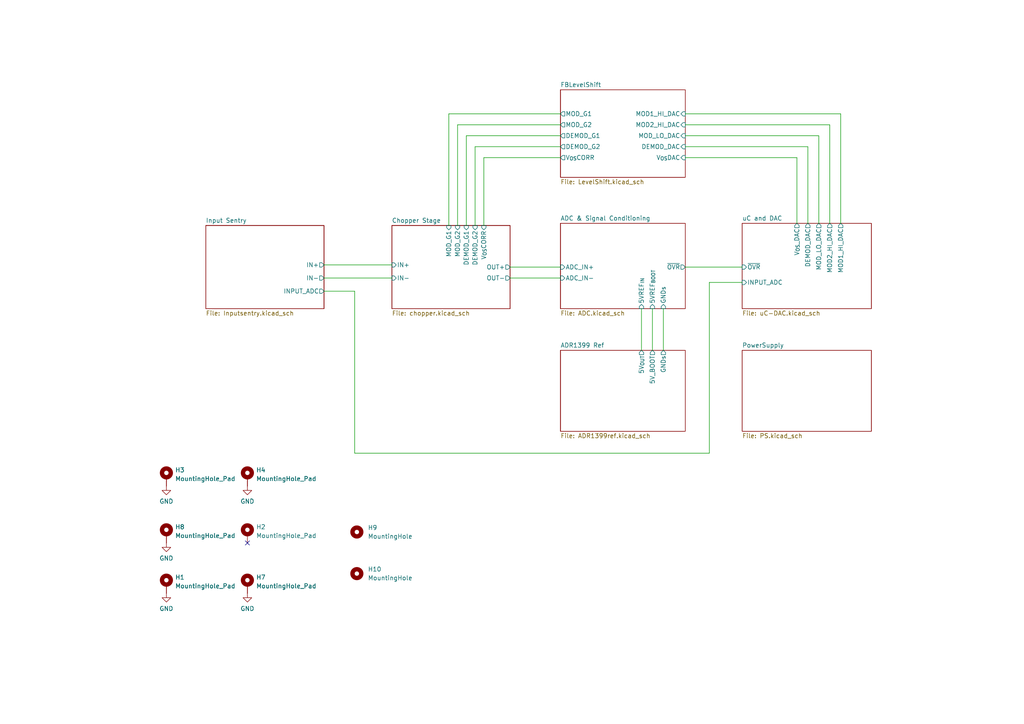
<source format=kicad_sch>
(kicad_sch (version 20230121) (generator eeschema)

  (uuid 9c0314b1-f82f-432d-95a0-65e191202552)

  (paper "A4")

  (title_block
    (comment 1 "All nonpolarized capacitors C0G unless otherwise specified")
    (comment 3 "Hammond 1457N1601 enclosure (160 x 100 x 50 mm WxLxH)")
  )

  (lib_symbols
    (symbol "Mechanical:MountingHole" (pin_names (offset 1.016)) (in_bom yes) (on_board yes)
      (property "Reference" "H" (at 0 5.08 0)
        (effects (font (size 1.27 1.27)))
      )
      (property "Value" "MountingHole" (at 0 3.175 0)
        (effects (font (size 1.27 1.27)))
      )
      (property "Footprint" "" (at 0 0 0)
        (effects (font (size 1.27 1.27)) hide)
      )
      (property "Datasheet" "~" (at 0 0 0)
        (effects (font (size 1.27 1.27)) hide)
      )
      (property "ki_keywords" "mounting hole" (at 0 0 0)
        (effects (font (size 1.27 1.27)) hide)
      )
      (property "ki_description" "Mounting Hole without connection" (at 0 0 0)
        (effects (font (size 1.27 1.27)) hide)
      )
      (property "ki_fp_filters" "MountingHole*" (at 0 0 0)
        (effects (font (size 1.27 1.27)) hide)
      )
      (symbol "MountingHole_0_1"
        (circle (center 0 0) (radius 1.27)
          (stroke (width 1.27) (type default))
          (fill (type none))
        )
      )
    )
    (symbol "Mechanical:MountingHole_Pad" (pin_numbers hide) (pin_names (offset 1.016) hide) (in_bom yes) (on_board yes)
      (property "Reference" "H" (at 0 6.35 0)
        (effects (font (size 1.27 1.27)))
      )
      (property "Value" "MountingHole_Pad" (at 0 4.445 0)
        (effects (font (size 1.27 1.27)))
      )
      (property "Footprint" "" (at 0 0 0)
        (effects (font (size 1.27 1.27)) hide)
      )
      (property "Datasheet" "~" (at 0 0 0)
        (effects (font (size 1.27 1.27)) hide)
      )
      (property "ki_keywords" "mounting hole" (at 0 0 0)
        (effects (font (size 1.27 1.27)) hide)
      )
      (property "ki_description" "Mounting Hole with connection" (at 0 0 0)
        (effects (font (size 1.27 1.27)) hide)
      )
      (property "ki_fp_filters" "MountingHole*Pad*" (at 0 0 0)
        (effects (font (size 1.27 1.27)) hide)
      )
      (symbol "MountingHole_Pad_0_1"
        (circle (center 0 1.27) (radius 1.27)
          (stroke (width 1.27) (type default))
          (fill (type none))
        )
      )
      (symbol "MountingHole_Pad_1_1"
        (pin input line (at 0 -2.54 90) (length 2.54)
          (name "1" (effects (font (size 1.27 1.27))))
          (number "1" (effects (font (size 1.27 1.27))))
        )
      )
    )
    (symbol "power:GND" (power) (pin_names (offset 0)) (in_bom yes) (on_board yes)
      (property "Reference" "#PWR" (at 0 -6.35 0)
        (effects (font (size 1.27 1.27)) hide)
      )
      (property "Value" "GND" (at 0 -3.81 0)
        (effects (font (size 1.27 1.27)))
      )
      (property "Footprint" "" (at 0 0 0)
        (effects (font (size 1.27 1.27)) hide)
      )
      (property "Datasheet" "" (at 0 0 0)
        (effects (font (size 1.27 1.27)) hide)
      )
      (property "ki_keywords" "power-flag" (at 0 0 0)
        (effects (font (size 1.27 1.27)) hide)
      )
      (property "ki_description" "Power symbol creates a global label with name \"GND\" , ground" (at 0 0 0)
        (effects (font (size 1.27 1.27)) hide)
      )
      (symbol "GND_0_1"
        (polyline
          (pts
            (xy 0 0)
            (xy 0 -1.27)
            (xy 1.27 -1.27)
            (xy 0 -2.54)
            (xy -1.27 -1.27)
            (xy 0 -1.27)
          )
          (stroke (width 0) (type default))
          (fill (type none))
        )
      )
      (symbol "GND_1_1"
        (pin power_in line (at 0 0 270) (length 0) hide
          (name "GND" (effects (font (size 1.27 1.27))))
          (number "1" (effects (font (size 1.27 1.27))))
        )
      )
    )
  )


  (no_connect (at 71.755 157.48) (uuid 637d1c7f-55ee-4005-b73b-910429949b16))

  (wire (pts (xy 243.84 33.02) (xy 198.755 33.02))
    (stroke (width 0) (type default))
    (uuid 017bd870-d725-4457-8efc-7eefdbcb3243)
  )
  (wire (pts (xy 237.49 39.37) (xy 198.755 39.37))
    (stroke (width 0) (type default))
    (uuid 0edc45d7-bce5-41f7-b4e8-c41270d1f4ef)
  )
  (wire (pts (xy 192.405 89.535) (xy 192.405 101.6))
    (stroke (width 0) (type default))
    (uuid 1137bf70-86be-4f83-a246-2b996d5e3c50)
  )
  (wire (pts (xy 130.175 33.02) (xy 130.175 65.405))
    (stroke (width 0) (type default))
    (uuid 17e241c3-2fb4-4ed5-a8f8-8b3e0b660e02)
  )
  (wire (pts (xy 240.665 64.77) (xy 240.665 36.195))
    (stroke (width 0) (type default))
    (uuid 19286714-a450-439d-a268-4cdac96b3f9e)
  )
  (wire (pts (xy 140.335 45.72) (xy 140.335 65.405))
    (stroke (width 0) (type default))
    (uuid 1d015986-2c90-450d-8c29-86b35a30bb80)
  )
  (wire (pts (xy 140.335 45.72) (xy 162.56 45.72))
    (stroke (width 0) (type default))
    (uuid 25bdc511-1d6f-41b7-a5de-7d4fd06fe90c)
  )
  (wire (pts (xy 234.315 42.545) (xy 198.755 42.545))
    (stroke (width 0) (type default))
    (uuid 28eb1417-4f44-45ea-a3db-7c4dd08fe1e4)
  )
  (wire (pts (xy 162.56 33.02) (xy 130.175 33.02))
    (stroke (width 0) (type default))
    (uuid 3d37f60b-2e02-4caf-98cd-26ed2e8435ba)
  )
  (wire (pts (xy 132.715 65.405) (xy 132.715 36.195))
    (stroke (width 0) (type default))
    (uuid 42c3b036-f574-4c22-8a04-164930555dcf)
  )
  (wire (pts (xy 132.715 36.195) (xy 162.56 36.195))
    (stroke (width 0) (type default))
    (uuid 436ae14e-00ba-4425-b6f3-80ddfa2bde14)
  )
  (wire (pts (xy 243.84 64.77) (xy 243.84 33.02))
    (stroke (width 0) (type default))
    (uuid 4af12bb0-20fd-45fc-ae87-ed724986f1fb)
  )
  (wire (pts (xy 137.795 42.545) (xy 162.56 42.545))
    (stroke (width 0) (type default))
    (uuid 4e161532-ae1e-48d9-b3c9-c822fec25394)
  )
  (wire (pts (xy 93.98 76.835) (xy 113.665 76.835))
    (stroke (width 0) (type default))
    (uuid 578dc086-18d6-4418-aca3-ab08ab8e9095)
  )
  (wire (pts (xy 135.255 39.37) (xy 162.56 39.37))
    (stroke (width 0) (type default))
    (uuid 5fa59469-ff4e-4ab5-9e1c-9e421ecde5c3)
  )
  (wire (pts (xy 186.055 89.535) (xy 186.055 101.6))
    (stroke (width 0) (type default))
    (uuid 6efb3624-0a97-468f-9501-782a8ce5f592)
  )
  (wire (pts (xy 147.955 77.47) (xy 162.56 77.47))
    (stroke (width 0) (type default))
    (uuid 7064f116-f7c1-4b77-813d-3ef16bd586a0)
  )
  (wire (pts (xy 198.755 45.72) (xy 231.14 45.72))
    (stroke (width 0) (type default))
    (uuid 778bfcdf-c19e-4934-9257-5b69f4e8da77)
  )
  (wire (pts (xy 102.87 84.455) (xy 102.87 131.445))
    (stroke (width 0) (type default))
    (uuid 83d168c1-8a90-4dbb-895b-432097791a01)
  )
  (wire (pts (xy 231.14 45.72) (xy 231.14 64.77))
    (stroke (width 0) (type default))
    (uuid 865a2080-7b00-41c3-80de-983d55b1e13e)
  )
  (wire (pts (xy 137.795 65.405) (xy 137.795 42.545))
    (stroke (width 0) (type default))
    (uuid 87f57e06-2d0c-4567-b894-ec878cf10854)
  )
  (wire (pts (xy 205.74 131.445) (xy 205.74 81.915))
    (stroke (width 0) (type default))
    (uuid 8861c61d-a2c5-449f-b28d-a14c7ae80388)
  )
  (wire (pts (xy 237.49 64.77) (xy 237.49 39.37))
    (stroke (width 0) (type default))
    (uuid 8bc65ae3-5cd4-40b9-96d7-51e1630d44db)
  )
  (wire (pts (xy 234.315 64.77) (xy 234.315 42.545))
    (stroke (width 0) (type default))
    (uuid 8ea48c56-0c53-4fb0-88bf-0a0111d7f2d6)
  )
  (wire (pts (xy 135.255 65.405) (xy 135.255 39.37))
    (stroke (width 0) (type default))
    (uuid 9e25b271-d739-46f0-aa94-cd6b406f5c96)
  )
  (wire (pts (xy 205.74 81.915) (xy 215.265 81.915))
    (stroke (width 0) (type default))
    (uuid a31c1e7b-486f-4341-a827-8148667f0ef8)
  )
  (wire (pts (xy 102.87 131.445) (xy 205.74 131.445))
    (stroke (width 0) (type default))
    (uuid a430cb8a-340b-455c-9d30-4f7765d60026)
  )
  (wire (pts (xy 147.955 80.645) (xy 162.56 80.645))
    (stroke (width 0) (type default))
    (uuid ab7798d0-76d4-4064-9365-59fd1d15b46c)
  )
  (wire (pts (xy 189.23 89.535) (xy 189.23 101.6))
    (stroke (width 0) (type default))
    (uuid adedf19f-e664-42bb-8be7-cefb7044b588)
  )
  (wire (pts (xy 198.755 77.47) (xy 215.265 77.47))
    (stroke (width 0) (type default))
    (uuid b5d93fcb-474a-4de9-8846-696a771357d1)
  )
  (wire (pts (xy 93.98 84.455) (xy 102.87 84.455))
    (stroke (width 0) (type default))
    (uuid df5c0cc6-d9ae-4c8f-b6e9-a3a224692935)
  )
  (wire (pts (xy 93.98 80.645) (xy 113.665 80.645))
    (stroke (width 0) (type default))
    (uuid e91dc2e2-43b9-4d62-b97e-e88f36b8f966)
  )
  (wire (pts (xy 240.665 36.195) (xy 198.755 36.195))
    (stroke (width 0) (type default))
    (uuid f58bb93e-6197-4f53-a0c0-150de1cb147c)
  )

  (symbol (lib_id "Mechanical:MountingHole_Pad") (at 71.755 138.43 0) (unit 1)
    (in_bom yes) (on_board yes) (dnp no) (fields_autoplaced)
    (uuid 601f13d9-5674-455f-a6da-02b3b9a96e83)
    (property "Reference" "H4" (at 74.295 136.3253 0)
      (effects (font (size 1.27 1.27)) (justify left))
    )
    (property "Value" "MountingHole_Pad" (at 74.295 138.8622 0)
      (effects (font (size 1.27 1.27)) (justify left))
    )
    (property "Footprint" "MountingHole:MountingHole_2.2mm_M2_Pad_Via" (at 71.755 138.43 0)
      (effects (font (size 1.27 1.27)) hide)
    )
    (property "Datasheet" "~" (at 71.755 138.43 0)
      (effects (font (size 1.27 1.27)) hide)
    )
    (pin "1" (uuid eeedda70-1ec1-4c69-bb88-3ca3844aeac4))
    (instances
      (project "nV-Meter_rev_b"
        (path "/9c0314b1-f82f-432d-95a0-65e191202552"
          (reference "H4") (unit 1)
        )
      )
    )
  )

  (symbol (lib_id "power:GND") (at 48.26 172.085 0) (unit 1)
    (in_bom yes) (on_board yes) (dnp no) (fields_autoplaced)
    (uuid 65c66e94-0bc9-4535-b19a-e8ef073c2f1a)
    (property "Reference" "#PWR024" (at 48.26 178.435 0)
      (effects (font (size 1.27 1.27)) hide)
    )
    (property "Value" "GND" (at 48.26 176.5284 0)
      (effects (font (size 1.27 1.27)))
    )
    (property "Footprint" "" (at 48.26 172.085 0)
      (effects (font (size 1.27 1.27)) hide)
    )
    (property "Datasheet" "" (at 48.26 172.085 0)
      (effects (font (size 1.27 1.27)) hide)
    )
    (pin "1" (uuid 70fd385d-eab9-48ee-95cc-09db71a97df6))
    (instances
      (project "nV-Meter_rev_b"
        (path "/9c0314b1-f82f-432d-95a0-65e191202552"
          (reference "#PWR024") (unit 1)
        )
      )
    )
  )

  (symbol (lib_id "Mechanical:MountingHole_Pad") (at 71.755 154.94 0) (unit 1)
    (in_bom yes) (on_board yes) (dnp no) (fields_autoplaced)
    (uuid 6b3ad10c-b51b-46d3-bc48-c56871ec87fb)
    (property "Reference" "H2" (at 74.295 152.8353 0)
      (effects (font (size 1.27 1.27)) (justify left))
    )
    (property "Value" "MountingHole_Pad" (at 74.295 155.3722 0)
      (effects (font (size 1.27 1.27)) (justify left))
    )
    (property "Footprint" "MountingHole:MountingHole_2.2mm_M2_Pad_Via" (at 71.755 154.94 0)
      (effects (font (size 1.27 1.27)) hide)
    )
    (property "Datasheet" "~" (at 71.755 154.94 0)
      (effects (font (size 1.27 1.27)) hide)
    )
    (pin "1" (uuid 68f767d2-d26e-42e7-b8c6-57f595d792e4))
    (instances
      (project "nV-Meter_rev_b"
        (path "/9c0314b1-f82f-432d-95a0-65e191202552"
          (reference "H2") (unit 1)
        )
      )
    )
  )

  (symbol (lib_id "Mechanical:MountingHole_Pad") (at 48.26 154.94 0) (unit 1)
    (in_bom yes) (on_board yes) (dnp no) (fields_autoplaced)
    (uuid 709da16c-1318-4918-975c-85f0dd48a109)
    (property "Reference" "H8" (at 50.8 152.8353 0)
      (effects (font (size 1.27 1.27)) (justify left))
    )
    (property "Value" "MountingHole_Pad" (at 50.8 155.3722 0)
      (effects (font (size 1.27 1.27)) (justify left))
    )
    (property "Footprint" "MountingHole:MountingHole_2.2mm_M2_Pad_Via" (at 48.26 154.94 0)
      (effects (font (size 1.27 1.27)) hide)
    )
    (property "Datasheet" "~" (at 48.26 154.94 0)
      (effects (font (size 1.27 1.27)) hide)
    )
    (pin "1" (uuid 92a690c0-5f81-4cff-befc-842e5b99fae0))
    (instances
      (project "nV-Meter_rev_b"
        (path "/9c0314b1-f82f-432d-95a0-65e191202552"
          (reference "H8") (unit 1)
        )
      )
    )
  )

  (symbol (lib_id "power:GND") (at 71.755 140.97 0) (unit 1)
    (in_bom yes) (on_board yes) (dnp no) (fields_autoplaced)
    (uuid ae5a2be3-bd5c-43f1-bd05-9cb0517bf349)
    (property "Reference" "#PWR010" (at 71.755 147.32 0)
      (effects (font (size 1.27 1.27)) hide)
    )
    (property "Value" "GND" (at 71.755 145.4134 0)
      (effects (font (size 1.27 1.27)))
    )
    (property "Footprint" "" (at 71.755 140.97 0)
      (effects (font (size 1.27 1.27)) hide)
    )
    (property "Datasheet" "" (at 71.755 140.97 0)
      (effects (font (size 1.27 1.27)) hide)
    )
    (pin "1" (uuid 2ebc3b72-8a59-440f-b2b0-9eb49050c4e8))
    (instances
      (project "nV-Meter_rev_b"
        (path "/9c0314b1-f82f-432d-95a0-65e191202552"
          (reference "#PWR010") (unit 1)
        )
      )
    )
  )

  (symbol (lib_id "power:GND") (at 48.26 157.48 0) (unit 1)
    (in_bom yes) (on_board yes) (dnp no) (fields_autoplaced)
    (uuid b4b248b8-cf20-4f1a-9a7d-d388d1c86f42)
    (property "Reference" "#PWR020" (at 48.26 163.83 0)
      (effects (font (size 1.27 1.27)) hide)
    )
    (property "Value" "GND" (at 48.26 161.9234 0)
      (effects (font (size 1.27 1.27)))
    )
    (property "Footprint" "" (at 48.26 157.48 0)
      (effects (font (size 1.27 1.27)) hide)
    )
    (property "Datasheet" "" (at 48.26 157.48 0)
      (effects (font (size 1.27 1.27)) hide)
    )
    (pin "1" (uuid 22171291-0bb6-4f6e-8905-df661571d06c))
    (instances
      (project "nV-Meter_rev_b"
        (path "/9c0314b1-f82f-432d-95a0-65e191202552"
          (reference "#PWR020") (unit 1)
        )
      )
    )
  )

  (symbol (lib_id "Mechanical:MountingHole_Pad") (at 71.755 169.545 0) (unit 1)
    (in_bom yes) (on_board yes) (dnp no) (fields_autoplaced)
    (uuid c7693ae7-1939-4833-b572-f8ae7a1d70b1)
    (property "Reference" "H7" (at 74.295 167.4403 0)
      (effects (font (size 1.27 1.27)) (justify left))
    )
    (property "Value" "MountingHole_Pad" (at 74.295 169.9772 0)
      (effects (font (size 1.27 1.27)) (justify left))
    )
    (property "Footprint" "MountingHole:MountingHole_2.2mm_M2_Pad_Via" (at 71.755 169.545 0)
      (effects (font (size 1.27 1.27)) hide)
    )
    (property "Datasheet" "~" (at 71.755 169.545 0)
      (effects (font (size 1.27 1.27)) hide)
    )
    (pin "1" (uuid 8f95d466-062c-4e94-8312-e2745671a9cc))
    (instances
      (project "nV-Meter_rev_b"
        (path "/9c0314b1-f82f-432d-95a0-65e191202552"
          (reference "H7") (unit 1)
        )
      )
    )
  )

  (symbol (lib_id "power:GND") (at 48.26 140.97 0) (unit 1)
    (in_bom yes) (on_board yes) (dnp no) (fields_autoplaced)
    (uuid d6dc2e2a-2848-4d36-891e-5006a21a96bf)
    (property "Reference" "#PWR05" (at 48.26 147.32 0)
      (effects (font (size 1.27 1.27)) hide)
    )
    (property "Value" "GND" (at 48.26 145.4134 0)
      (effects (font (size 1.27 1.27)))
    )
    (property "Footprint" "" (at 48.26 140.97 0)
      (effects (font (size 1.27 1.27)) hide)
    )
    (property "Datasheet" "" (at 48.26 140.97 0)
      (effects (font (size 1.27 1.27)) hide)
    )
    (pin "1" (uuid fff34b63-f9ca-49b5-8ad5-f92410864411))
    (instances
      (project "nV-Meter_rev_b"
        (path "/9c0314b1-f82f-432d-95a0-65e191202552"
          (reference "#PWR05") (unit 1)
        )
      )
    )
  )

  (symbol (lib_id "Mechanical:MountingHole_Pad") (at 48.26 169.545 0) (unit 1)
    (in_bom yes) (on_board yes) (dnp no) (fields_autoplaced)
    (uuid e9882d46-3170-4816-8f9e-14c87493d138)
    (property "Reference" "H1" (at 50.8 167.4403 0)
      (effects (font (size 1.27 1.27)) (justify left))
    )
    (property "Value" "MountingHole_Pad" (at 50.8 169.9772 0)
      (effects (font (size 1.27 1.27)) (justify left))
    )
    (property "Footprint" "MountingHole:MountingHole_2.2mm_M2_Pad_Via" (at 48.26 169.545 0)
      (effects (font (size 1.27 1.27)) hide)
    )
    (property "Datasheet" "~" (at 48.26 169.545 0)
      (effects (font (size 1.27 1.27)) hide)
    )
    (pin "1" (uuid 122a4493-3b84-4d7a-863e-88beda67fd76))
    (instances
      (project "nV-Meter_rev_b"
        (path "/9c0314b1-f82f-432d-95a0-65e191202552"
          (reference "H1") (unit 1)
        )
      )
    )
  )

  (symbol (lib_id "Mechanical:MountingHole_Pad") (at 48.26 138.43 0) (unit 1)
    (in_bom yes) (on_board yes) (dnp no) (fields_autoplaced)
    (uuid ec80be29-bc21-46ba-b051-e8295bd16363)
    (property "Reference" "H3" (at 50.8 136.3253 0)
      (effects (font (size 1.27 1.27)) (justify left))
    )
    (property "Value" "MountingHole_Pad" (at 50.8 138.8622 0)
      (effects (font (size 1.27 1.27)) (justify left))
    )
    (property "Footprint" "MountingHole:MountingHole_2.2mm_M2_Pad_Via" (at 48.26 138.43 0)
      (effects (font (size 1.27 1.27)) hide)
    )
    (property "Datasheet" "~" (at 48.26 138.43 0)
      (effects (font (size 1.27 1.27)) hide)
    )
    (pin "1" (uuid 8840f18c-6884-414e-85d5-1600774dab4d))
    (instances
      (project "nV-Meter_rev_b"
        (path "/9c0314b1-f82f-432d-95a0-65e191202552"
          (reference "H3") (unit 1)
        )
      )
    )
  )

  (symbol (lib_id "power:GND") (at 71.755 172.085 0) (unit 1)
    (in_bom yes) (on_board yes) (dnp no) (fields_autoplaced)
    (uuid f4afef32-4015-4eb7-99a9-3d6f4c419d69)
    (property "Reference" "#PWR025" (at 71.755 178.435 0)
      (effects (font (size 1.27 1.27)) hide)
    )
    (property "Value" "GND" (at 71.755 176.5284 0)
      (effects (font (size 1.27 1.27)))
    )
    (property "Footprint" "" (at 71.755 172.085 0)
      (effects (font (size 1.27 1.27)) hide)
    )
    (property "Datasheet" "" (at 71.755 172.085 0)
      (effects (font (size 1.27 1.27)) hide)
    )
    (pin "1" (uuid 2c88dc01-f953-4f67-995d-aa0930ec96ab))
    (instances
      (project "nV-Meter_rev_b"
        (path "/9c0314b1-f82f-432d-95a0-65e191202552"
          (reference "#PWR025") (unit 1)
        )
      )
    )
  )

  (symbol (lib_id "Mechanical:MountingHole") (at 103.505 166.37 0) (unit 1)
    (in_bom yes) (on_board yes) (dnp no) (fields_autoplaced)
    (uuid fe478f3b-3fb1-4bc0-9cfa-500afb9182ff)
    (property "Reference" "H10" (at 106.68 165.1 0)
      (effects (font (size 1.27 1.27)) (justify left))
    )
    (property "Value" "MountingHole" (at 106.68 167.64 0)
      (effects (font (size 1.27 1.27)) (justify left))
    )
    (property "Footprint" "MountingHole:AlignmentHole_1.1mm" (at 103.505 166.37 0)
      (effects (font (size 1.27 1.27)) hide)
    )
    (property "Datasheet" "~" (at 103.505 166.37 0)
      (effects (font (size 1.27 1.27)) hide)
    )
    (instances
      (project "nV-Meter_rev_b"
        (path "/9c0314b1-f82f-432d-95a0-65e191202552"
          (reference "H10") (unit 1)
        )
      )
    )
  )

  (symbol (lib_id "Mechanical:MountingHole") (at 103.505 154.305 0) (unit 1)
    (in_bom yes) (on_board yes) (dnp no) (fields_autoplaced)
    (uuid feff2990-a396-44e1-8fe8-7434634fa8f4)
    (property "Reference" "H9" (at 106.68 153.035 0)
      (effects (font (size 1.27 1.27)) (justify left))
    )
    (property "Value" "MountingHole" (at 106.68 155.575 0)
      (effects (font (size 1.27 1.27)) (justify left))
    )
    (property "Footprint" "MountingHole:AlignmentHole_1.1mm" (at 103.505 154.305 0)
      (effects (font (size 1.27 1.27)) hide)
    )
    (property "Datasheet" "~" (at 103.505 154.305 0)
      (effects (font (size 1.27 1.27)) hide)
    )
    (instances
      (project "nV-Meter_rev_b"
        (path "/9c0314b1-f82f-432d-95a0-65e191202552"
          (reference "H9") (unit 1)
        )
      )
    )
  )

  (sheet (at 215.265 101.6) (size 37.465 23.495) (fields_autoplaced)
    (stroke (width 0) (type solid))
    (fill (color 0 0 0 0.0000))
    (uuid 00000000-0000-0000-0000-0000621f15cd)
    (property "Sheetname" "PowerSupply" (at 215.265 100.8884 0)
      (effects (font (size 1.27 1.27)) (justify left bottom))
    )
    (property "Sheetfile" "PS.kicad_sch" (at 215.265 125.6796 0)
      (effects (font (size 1.27 1.27)) (justify left top))
    )
    (instances
      (project "nV-Meter_rev_b"
        (path "/9c0314b1-f82f-432d-95a0-65e191202552" (page "2"))
      )
    )
  )

  (sheet (at 162.56 64.77) (size 36.195 24.765) (fields_autoplaced)
    (stroke (width 0.1524) (type solid))
    (fill (color 0 0 0 0.0000))
    (uuid 0d8c68fe-9d6c-41d9-9f20-1b3799336020)
    (property "Sheetname" "ADC & Signal Conditioning" (at 162.56 64.0584 0)
      (effects (font (size 1.27 1.27)) (justify left bottom))
    )
    (property "Sheetfile" "ADC.kicad_sch" (at 162.56 90.1196 0)
      (effects (font (size 1.27 1.27)) (justify left top))
    )
    (pin "~{OVR}" output (at 198.755 77.47 0)
      (effects (font (size 1.27 1.27)) (justify right))
      (uuid 73616038-7810-451a-bdc1-fb02498a01e0)
    )
    (pin "5VREF_{BOOT}" input (at 189.23 89.535 270)
      (effects (font (size 1.27 1.27)) (justify left))
      (uuid 5c401855-3144-46f7-b7e9-f92823ac0f6a)
    )
    (pin "5VREF_{IN}" input (at 186.055 89.535 270)
      (effects (font (size 1.27 1.27)) (justify left))
      (uuid 502ae114-c1fb-4c15-b7ab-72712b653938)
    )
    (pin "GNDs" input (at 192.405 89.535 270)
      (effects (font (size 1.27 1.27)) (justify left))
      (uuid 3cec7ea0-361d-4ab9-a467-0650a510af15)
    )
    (pin "ADC_IN-" input (at 162.56 80.645 180)
      (effects (font (size 1.27 1.27)) (justify left))
      (uuid 0697bf28-7e41-4510-8a94-4f72732e802a)
    )
    (pin "ADC_IN+" input (at 162.56 77.47 180)
      (effects (font (size 1.27 1.27)) (justify left))
      (uuid 2d81e57e-6202-47bd-9c9c-78901d76e2c3)
    )
    (instances
      (project "nV-Meter_rev_b"
        (path "/9c0314b1-f82f-432d-95a0-65e191202552" (page "6"))
      )
    )
  )

  (sheet (at 113.665 65.405) (size 34.29 24.13) (fields_autoplaced)
    (stroke (width 0.1524) (type solid))
    (fill (color 0 0 0 0.0000))
    (uuid 2523324a-ade5-4c85-bd2b-859aa5063a61)
    (property "Sheetname" "Chopper Stage" (at 113.665 64.6934 0)
      (effects (font (size 1.27 1.27)) (justify left bottom))
    )
    (property "Sheetfile" "chopper.kicad_sch" (at 113.665 90.1196 0)
      (effects (font (size 1.27 1.27)) (justify left top))
    )
    (pin "OUT+" output (at 147.955 77.47 0)
      (effects (font (size 1.27 1.27)) (justify right))
      (uuid 7a8b3f3a-84b7-4a16-b50d-078d75a631e5)
    )
    (pin "IN-" input (at 113.665 80.645 180)
      (effects (font (size 1.27 1.27)) (justify left))
      (uuid f78abcdf-5e70-4338-800e-49b1ff017bb5)
    )
    (pin "IN+" input (at 113.665 76.835 180)
      (effects (font (size 1.27 1.27)) (justify left))
      (uuid 1b492f64-47cf-4aca-9683-b37760d82f23)
    )
    (pin "MOD_G1" input (at 130.175 65.405 90)
      (effects (font (size 1.27 1.27)) (justify right))
      (uuid de94d43d-ea91-4cdd-b9b7-38becc3f69f0)
    )
    (pin "MOD_G2" input (at 132.715 65.405 90)
      (effects (font (size 1.27 1.27)) (justify right))
      (uuid df422043-69c0-418a-8ba7-e5080aa4ae4d)
    )
    (pin "DEMOD_G1" input (at 135.255 65.405 90)
      (effects (font (size 1.27 1.27)) (justify right))
      (uuid d35d6eb1-90be-4e72-960e-62722b3b3aa1)
    )
    (pin "DEMOD_G2" input (at 137.795 65.405 90)
      (effects (font (size 1.27 1.27)) (justify right))
      (uuid 7808ccbf-f423-4439-9ebc-38e86e8739b4)
    )
    (pin "OUT-" output (at 147.955 80.645 0)
      (effects (font (size 1.27 1.27)) (justify right))
      (uuid 34284720-7797-40bf-88fa-60fb43bf0cc2)
    )
    (pin "V_{OS}CORR" input (at 140.335 65.405 90)
      (effects (font (size 1.27 1.27)) (justify right))
      (uuid 190c46cf-7b96-44f7-8c57-b844d8e0d3be)
    )
    (instances
      (project "nV-Meter_rev_b"
        (path "/9c0314b1-f82f-432d-95a0-65e191202552" (page "3"))
      )
    )
  )

  (sheet (at 59.69 65.405) (size 34.29 24.13) (fields_autoplaced)
    (stroke (width 0.1524) (type solid))
    (fill (color 0 0 0 0.0000))
    (uuid 671987b1-b4ab-478b-9143-9817efd84102)
    (property "Sheetname" "Input Sentry" (at 59.69 64.6934 0)
      (effects (font (size 1.27 1.27)) (justify left bottom))
    )
    (property "Sheetfile" "Inputsentry.kicad_sch" (at 59.69 90.1196 0)
      (effects (font (size 1.27 1.27)) (justify left top))
    )
    (pin "IN-" output (at 93.98 80.645 0)
      (effects (font (size 1.27 1.27)) (justify right))
      (uuid ced5a687-f58f-421f-a861-239093dfff70)
    )
    (pin "IN+" output (at 93.98 76.835 0)
      (effects (font (size 1.27 1.27)) (justify right))
      (uuid 172f0e04-c934-4885-85da-ecdf0df2972e)
    )
    (pin "INPUT_ADC" output (at 93.98 84.455 0)
      (effects (font (size 1.27 1.27)) (justify right))
      (uuid 60338903-bb1b-45d6-b7ee-8dafa2ac5b20)
    )
    (instances
      (project "nV-Meter_rev_b"
        (path "/9c0314b1-f82f-432d-95a0-65e191202552" (page "7"))
      )
    )
  )

  (sheet (at 215.265 64.77) (size 37.465 24.765) (fields_autoplaced)
    (stroke (width 0.1524) (type solid))
    (fill (color 0 0 0 0.0000))
    (uuid a87ec9f9-e969-4c4f-ba07-80804214a366)
    (property "Sheetname" "uC and DAC" (at 215.265 64.0584 0)
      (effects (font (size 1.27 1.27)) (justify left bottom))
    )
    (property "Sheetfile" "uC-DAC.kicad_sch" (at 215.265 90.1196 0)
      (effects (font (size 1.27 1.27)) (justify left top))
    )
    (pin "~{OVR}" input (at 215.265 77.47 180)
      (effects (font (size 1.27 1.27)) (justify left))
      (uuid 9d8bb28c-ab4b-4337-8b63-5e5a6410d75d)
    )
    (pin "MOD_LO_DAC" output (at 237.49 64.77 90)
      (effects (font (size 1.27 1.27)) (justify right))
      (uuid b619ac27-241b-4788-b63b-1a6b6671eb63)
    )
    (pin "MOD2_HI_DAC" output (at 240.665 64.77 90)
      (effects (font (size 1.27 1.27)) (justify right))
      (uuid 84f4f3e8-9e5d-40c5-8f7a-17734775d0fc)
    )
    (pin "MOD1_HI_DAC" output (at 243.84 64.77 90)
      (effects (font (size 1.27 1.27)) (justify right))
      (uuid d8aadf01-727f-4489-8ced-3104204cd5f3)
    )
    (pin "V_{OS}_DAC" output (at 231.14 64.77 90)
      (effects (font (size 1.27 1.27)) (justify right))
      (uuid 62a6dbf7-f9b1-46b3-a921-f3503f770f2b)
    )
    (pin "DEMOD_DAC" output (at 234.315 64.77 90)
      (effects (font (size 1.27 1.27)) (justify right))
      (uuid a6fd6161-cc40-4444-8be9-bc81f8a18fb4)
    )
    (pin "INPUT_ADC" input (at 215.265 81.915 180)
      (effects (font (size 1.27 1.27)) (justify left))
      (uuid 8560a5ff-90e4-49d9-9dfa-801c94bded05)
    )
    (instances
      (project "nV-Meter_rev_b"
        (path "/9c0314b1-f82f-432d-95a0-65e191202552" (page "5"))
      )
    )
  )

  (sheet (at 162.56 26.035) (size 36.195 25.4) (fields_autoplaced)
    (stroke (width 0.1524) (type solid))
    (fill (color 0 0 0 0.0000))
    (uuid d9832de3-eb99-414a-a09c-a09ab6e5bd46)
    (property "Sheetname" "FBLevelShift" (at 162.56 25.3234 0)
      (effects (font (size 1.27 1.27)) (justify left bottom))
    )
    (property "Sheetfile" "LevelShift.kicad_sch" (at 162.56 52.0196 0)
      (effects (font (size 1.27 1.27)) (justify left top))
    )
    (pin "MOD1_HI_DAC" input (at 198.755 33.02 0)
      (effects (font (size 1.27 1.27)) (justify right))
      (uuid 63ab1d71-e766-4adb-bcdf-f60eb3c32e6b)
    )
    (pin "MOD2_HI_DAC" input (at 198.755 36.195 0)
      (effects (font (size 1.27 1.27)) (justify right))
      (uuid 863366b2-9825-49b4-9aab-1da8f1afbf4d)
    )
    (pin "DEMOD_DAC" input (at 198.755 42.545 0)
      (effects (font (size 1.27 1.27)) (justify right))
      (uuid c464730b-858f-44a8-8862-cbb0687c0ef6)
    )
    (pin "MOD_LO_DAC" input (at 198.755 39.37 0)
      (effects (font (size 1.27 1.27)) (justify right))
      (uuid 60ac62f6-ce69-4518-abd4-3cbc7b788a2a)
    )
    (pin "DEMOD_G1" output (at 162.56 39.37 180)
      (effects (font (size 1.27 1.27)) (justify left))
      (uuid 39e7d7cf-3804-4fd3-87e8-05399b1526d9)
    )
    (pin "DEMOD_G2" output (at 162.56 42.545 180)
      (effects (font (size 1.27 1.27)) (justify left))
      (uuid 768f47bc-7ef4-40a1-9b3c-77cb30a32a95)
    )
    (pin "MOD_G2" output (at 162.56 36.195 180)
      (effects (font (size 1.27 1.27)) (justify left))
      (uuid 16736f87-7f61-4f81-b683-bfff328b3993)
    )
    (pin "MOD_G1" output (at 162.56 33.02 180)
      (effects (font (size 1.27 1.27)) (justify left))
      (uuid e61b965f-77eb-40fc-81ad-302c6ccfc9c6)
    )
    (pin "V_{OS}DAC" input (at 198.755 45.72 0)
      (effects (font (size 1.27 1.27)) (justify right))
      (uuid 79e6ec32-153b-4374-9037-4c3ad2f18bf8)
    )
    (pin "V_{OS}CORR" output (at 162.56 45.72 180)
      (effects (font (size 1.27 1.27)) (justify left))
      (uuid db6c60aa-ea40-4550-a3d8-7f95893857d8)
    )
    (instances
      (project "nV-Meter_rev_b"
        (path "/9c0314b1-f82f-432d-95a0-65e191202552" (page "5"))
      )
    )
  )

  (sheet (at 162.56 101.6) (size 36.195 23.495) (fields_autoplaced)
    (stroke (width 0.1524) (type solid))
    (fill (color 0 0 0 0.0000))
    (uuid f8cbfda7-c0e4-460b-bd3e-ee5cd8a70bc9)
    (property "Sheetname" "ADR1399 Ref" (at 162.56 100.8884 0)
      (effects (font (size 1.27 1.27)) (justify left bottom))
    )
    (property "Sheetfile" "ADR1399ref.kicad_sch" (at 162.56 125.6796 0)
      (effects (font (size 1.27 1.27)) (justify left top))
    )
    (pin "5V_BOOT" output (at 189.23 101.6 90)
      (effects (font (size 1.27 1.27)) (justify right))
      (uuid 8f0b8a3d-7b45-495e-8bf7-c7ccdd355a5a)
    )
    (pin "5V_{OUT}" output (at 186.055 101.6 90)
      (effects (font (size 1.27 1.27)) (justify right))
      (uuid 6f50a036-7327-4e63-a6b3-8d2a5fe3973b)
    )
    (pin "GNDs" output (at 192.405 101.6 90)
      (effects (font (size 1.27 1.27)) (justify right))
      (uuid 59bf77b5-fc2d-4c8b-be50-fd8a65d7deeb)
    )
    (instances
      (project "nV-Meter_rev_b"
        (path "/9c0314b1-f82f-432d-95a0-65e191202552" (page "8"))
      )
    )
  )

  (sheet_instances
    (path "/" (page "1"))
  )
)

</source>
